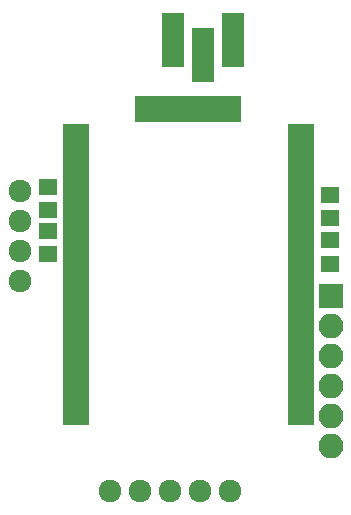
<source format=gbr>
G04 #@! TF.FileFunction,Soldermask,Top*
%FSLAX46Y46*%
G04 Gerber Fmt 4.6, Leading zero omitted, Abs format (unit mm)*
G04 Created by KiCad (PCBNEW 4.0.7-e2-6376~58~ubuntu16.04.1) date Tue Dec  5 16:58:08 2017*
%MOMM*%
%LPD*%
G01*
G04 APERTURE LIST*
%ADD10C,0.100000*%
%ADD11R,1.650000X1.400000*%
%ADD12R,1.900000X4.600000*%
%ADD13R,2.200000X1.400000*%
%ADD14R,1.400000X2.200000*%
%ADD15C,1.924000*%
%ADD16R,2.100000X2.100000*%
%ADD17O,2.100000X2.100000*%
G04 APERTURE END LIST*
D10*
D11*
X158191200Y-96485200D03*
X158191200Y-98485200D03*
X134264400Y-95672400D03*
X134264400Y-97672400D03*
X158191200Y-92624400D03*
X158191200Y-94624400D03*
X134264400Y-91964000D03*
X134264400Y-93964000D03*
D12*
X144881600Y-79502000D03*
X147421600Y-80772000D03*
X149961600Y-79502000D03*
D13*
X155676600Y-111455200D03*
X155676600Y-110185200D03*
X155676600Y-108915200D03*
X155676600Y-107645200D03*
X155676600Y-106375200D03*
X155676600Y-105105200D03*
X155676600Y-103835200D03*
X155676600Y-102565200D03*
X155676600Y-101295200D03*
X155676600Y-100025200D03*
X155676600Y-98755200D03*
X155676600Y-97485200D03*
X155676600Y-96215200D03*
X155676600Y-94945200D03*
X155676600Y-93675200D03*
X155676600Y-92405200D03*
X155676600Y-91135200D03*
X155676600Y-89865200D03*
X155676600Y-88595200D03*
X155676600Y-87325200D03*
D14*
X149961600Y-85420200D03*
X148691600Y-85420200D03*
X147421600Y-85420200D03*
X146151600Y-85420200D03*
X144881600Y-85420200D03*
X143611600Y-85420200D03*
X142341600Y-85420200D03*
D13*
X136626600Y-87325200D03*
X136626600Y-88595200D03*
X136626600Y-89865200D03*
X136626600Y-91135200D03*
X136626600Y-92405200D03*
X136626600Y-93675200D03*
X136626600Y-94945200D03*
X136626600Y-96215200D03*
X136626600Y-97485200D03*
X136626600Y-98755200D03*
X136626600Y-100025200D03*
X136626600Y-101295200D03*
X136626600Y-102565200D03*
X136626600Y-103835200D03*
X136626600Y-105105200D03*
X136626600Y-106375200D03*
X136626600Y-107645200D03*
X136626600Y-108915200D03*
X136626600Y-110185200D03*
X136626600Y-111455200D03*
D15*
X131902200Y-92354400D03*
X131902200Y-94894400D03*
X131902200Y-97434400D03*
X131902200Y-99974400D03*
X139522200Y-117754400D03*
X142062200Y-117754400D03*
X144602200Y-117754400D03*
X147142200Y-117754400D03*
X149682200Y-117754400D03*
D16*
X158242000Y-101219000D03*
D17*
X158242000Y-103759000D03*
X158242000Y-106299000D03*
X158242000Y-108839000D03*
X158242000Y-111379000D03*
X158242000Y-113919000D03*
M02*

</source>
